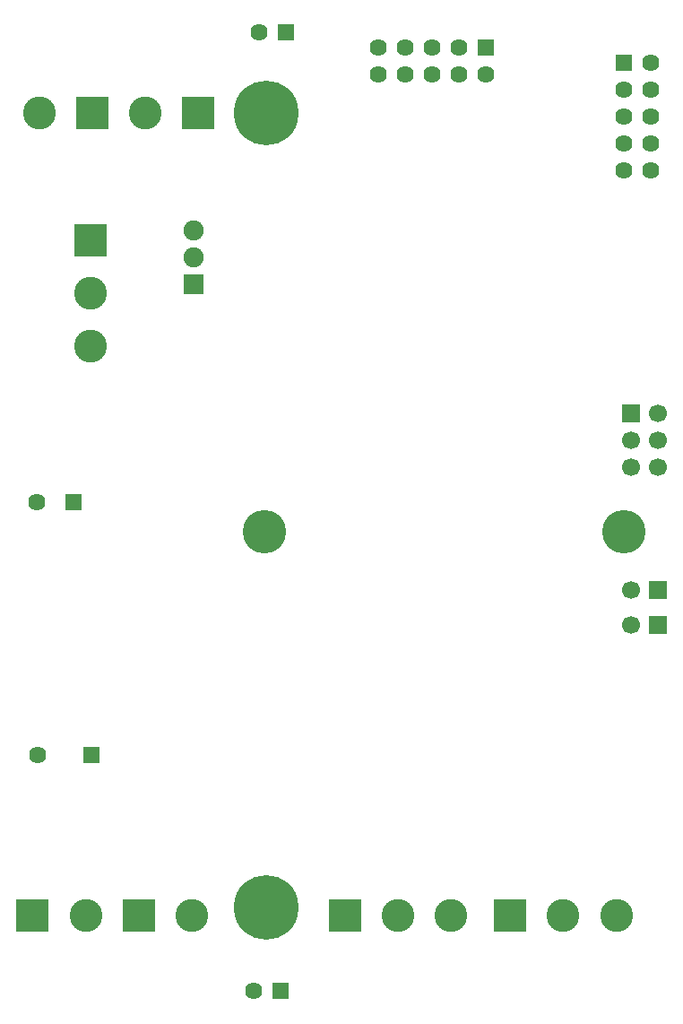
<source format=gbs>
G04 Layer_Color=16711935*
%FSLAX24Y24*%
%MOIN*%
G70*
G01*
G75*
%ADD110C,0.0669*%
%ADD111R,0.0669X0.0669*%
%ADD112C,0.1220*%
%ADD113R,0.1220X0.1220*%
%ADD114R,0.0639X0.0639*%
%ADD115C,0.0639*%
%ADD116R,0.0639X0.0639*%
%ADD117R,0.1220X0.1220*%
%ADD118R,0.0669X0.0669*%
%ADD119R,0.0748X0.0748*%
%ADD120C,0.0748*%
%ADD121C,0.1614*%
%ADD122C,0.2402*%
D110*
X61470Y27579D02*
D03*
Y26289D02*
D03*
X62467Y32154D02*
D03*
X61467D02*
D03*
X62467Y33154D02*
D03*
Y34154D02*
D03*
X61467Y33154D02*
D03*
D111*
X62470Y27579D02*
D03*
Y26289D02*
D03*
D112*
X45108Y15482D02*
D03*
X39449Y45315D02*
D03*
X43386D02*
D03*
X54764Y15482D02*
D03*
X52795D02*
D03*
X60906D02*
D03*
X58937D02*
D03*
X41171D02*
D03*
X41358Y36673D02*
D03*
Y38642D02*
D03*
D113*
X43140Y15482D02*
D03*
X41417Y45315D02*
D03*
X45354D02*
D03*
X50827Y15482D02*
D03*
X56968D02*
D03*
X39203D02*
D03*
D114*
X40718Y30876D02*
D03*
X41388Y21457D02*
D03*
X48425Y12687D02*
D03*
X48612Y48317D02*
D03*
X56043Y47746D02*
D03*
D115*
X39341Y30876D02*
D03*
X39388Y21457D02*
D03*
X47425Y12687D02*
D03*
X47612Y48317D02*
D03*
X61171Y46205D02*
D03*
Y43205D02*
D03*
Y44205D02*
D03*
X62171Y46205D02*
D03*
Y47205D02*
D03*
Y43205D02*
D03*
Y44205D02*
D03*
X61171Y45205D02*
D03*
X62171D02*
D03*
X55043Y47746D02*
D03*
X52043D02*
D03*
X53043D02*
D03*
X55043Y46746D02*
D03*
X56043D02*
D03*
X52043D02*
D03*
X53043D02*
D03*
X54043Y47746D02*
D03*
Y46746D02*
D03*
D116*
X61171Y47205D02*
D03*
D117*
X41358Y40610D02*
D03*
D118*
X61467Y34154D02*
D03*
D119*
X45177Y38976D02*
D03*
D120*
Y40945D02*
D03*
Y39961D02*
D03*
D121*
X47805Y29754D02*
D03*
X61191D02*
D03*
D122*
X47874Y15787D02*
D03*
Y45315D02*
D03*
M02*

</source>
